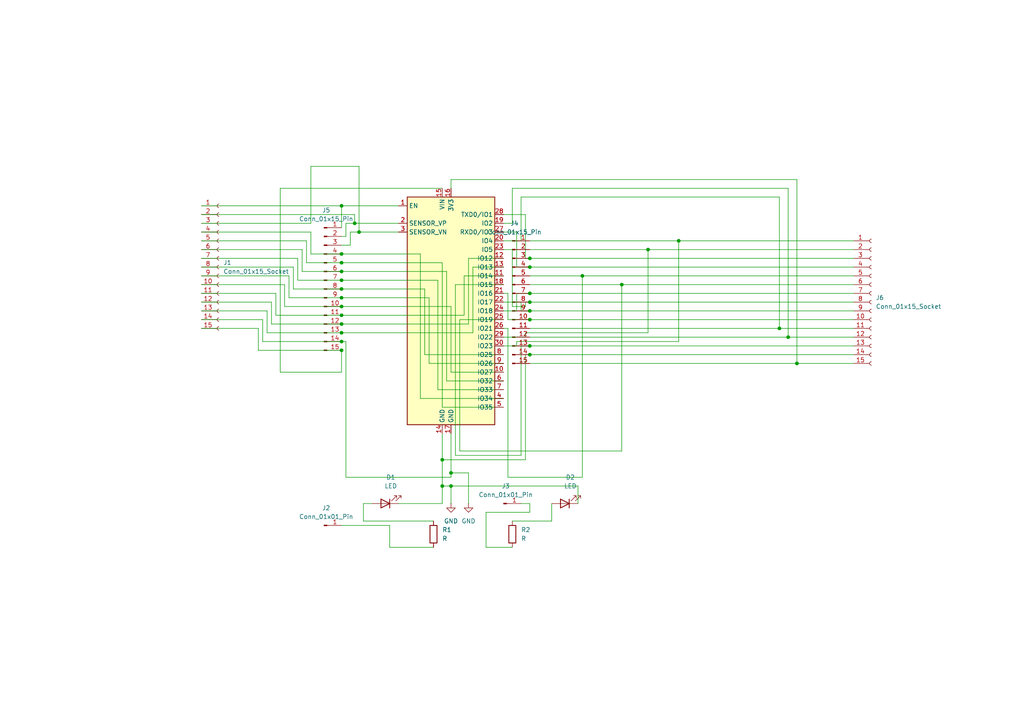
<source format=kicad_sch>
(kicad_sch (version 20231120) (generator "eeschema") (generator_version "8.0")
  (paper "A4")
  (lib_symbols
    (symbol "Connector:Conn_01x01_Pin" (pin_names (offset 1.016) hide)
      (property "Reference" "J" (at 0 2.54 0))
      (property "Value" "Conn_01x01_Pin" (at 0 -2.54 0))
      (symbol "Conn_01x01_Pin_1_1"
        (polyline (pts (xy 1.27 0) (xy 0.8636 0)) (stroke (width 0.1524)))
        (rectangle (start 0.8636 0.127) (end 0 -0.127) (stroke (width 0.1524)) (fill (type outline)))
        (pin passive line (at 5.08 0 180) (length 3.81) (name "Pin_1") (number "1"))
      )
    )
    (symbol "Connector:Conn_01x15_Pin" (pin_names (offset 1.016) hide)
      (property "Reference" "J" (at 0 20.32 0))
      (property "Value" "Conn_01x15_Pin" (at 0 -20.32 0))
      (symbol "Conn_01x15_Pin_1_1"
        (polyline (pts (xy 1.27 -17.78) (xy 0.8636 -17.78)) (stroke (width 0.1524)))
        (polyline (pts (xy 1.27 -15.24) (xy 0.8636 -15.24)) (stroke (width 0.1524)))
        (polyline (pts (xy 1.27 -12.7) (xy 0.8636 -12.7)) (stroke (width 0.1524)))
        (polyline (pts (xy 1.27 -10.16) (xy 0.8636 -10.16)) (stroke (width 0.1524)))
        (polyline (pts (xy 1.27 -7.62) (xy 0.8636 -7.62)) (stroke (width 0.1524)))
        (polyline (pts (xy 1.27 -5.08) (xy 0.8636 -5.08)) (stroke (width 0.1524)))
        (polyline (pts (xy 1.27 -2.54) (xy 0.8636 -2.54)) (stroke (width 0.1524)))
        (polyline (pts (xy 1.27 0) (xy 0.8636 0)) (stroke (width 0.1524)))
        (polyline (pts (xy 1.27 2.54) (xy 0.8636 2.54)) (stroke (width 0.1524)))
        (polyline (pts (xy 1.27 5.08) (xy 0.8636 5.08)) (stroke (width 0.1524)))
        (polyline (pts (xy 1.27 7.62) (xy 0.8636 7.62)) (stroke (width 0.1524)))
        (polyline (pts (xy 1.27 10.16) (xy 0.8636 10.16)) (stroke (width 0.1524)))
        (polyline (pts (xy 1.27 12.7) (xy 0.8636 12.7)) (stroke (width 0.1524)))
        (polyline (pts (xy 1.27 15.24) (xy 0.8636 15.24)) (stroke (width 0.1524)))
        (polyline (pts (xy 1.27 17.78) (xy 0.8636 17.78)) (stroke (width 0.1524)))
        (rectangle (start 0.8636 -17.653) (end 0 -17.907) (stroke (width 0.1524)) (fill (type outline)))
        (rectangle (start 0.8636 -15.113) (end 0 -15.367) (stroke (width 0.1524)) (fill (type outline)))
        (rectangle (start 0.8636 -12.573) (end 0 -12.827) (stroke (width 0.1524)) (fill (type outline)))
        (rectangle (start 0.8636 -10.033) (end 0 -10.287) (stroke (width 0.1524)) (fill (type outline)))
        (rectangle (start 0.8636 -7.493) (end 0 -7.747) (stroke (width 0.1524)) (fill (type outline)))
        (rectangle (start 0.8636 -4.953) (end 0 -5.207) (stroke (width 0.1524)) (fill (type outline)))
        (rectangle (start 0.8636 -2.413) (end 0 -2.667) (stroke (width 0.1524)) (fill (type outline)))
        (rectangle (start 0.8636 0.127) (end 0 -0.127) (stroke (width 0.1524)) (fill (type outline)))
        (rectangle (start 0.8636 2.667) (end 0 2.413) (stroke (width 0.1524)) (fill (type outline)))
        (rectangle (start 0.8636 5.207) (end 0 4.953) (stroke (width 0.1524)) (fill (type outline)))
        (rectangle (start 0.8636 7.747) (end 0 7.493) (stroke (width 0.1524)) (fill (type outline)))
        (rectangle (start 0.8636 10.287) (end 0 10.033) (stroke (width 0.1524)) (fill (type outline)))
        (rectangle (start 0.8636 12.827) (end 0 12.573) (stroke (width 0.1524)) (fill (type outline)))
        (rectangle (start 0.8636 15.367) (end 0 15.113) (stroke (width 0.1524)) (fill (type outline)))
        (rectangle (start 0.8636 17.907) (end 0 17.653) (stroke (width 0.1524)) (fill (type outline)))
        (pin passive line (at 5.08 17.78 180) (length 3.81) (name "Pin_1") (number "1"))
        (pin passive line (at 5.08 -5.08 180) (length 3.81) (name "Pin_10") (number "10"))
        (pin passive line (at 5.08 -7.62 180) (length 3.81) (name "Pin_11") (number "11"))
        (pin passive line (at 5.08 -10.16 180) (length 3.81) (name "Pin_12") (number "12"))
        (pin passive line (at 5.08 -12.7 180) (length 3.81) (name "Pin_13") (number "13"))
        (pin passive line (at 5.08 -15.24 180) (length 3.81) (name "Pin_14") (number "14"))
        (pin passive line (at 5.08 -17.78 180) (length 3.81) (name "Pin_15") (number "15"))
        (pin passive line (at 5.08 15.24 180) (length 3.81) (name "Pin_2") (number "2"))
        (pin passive line (at 5.08 12.7 180) (length 3.81) (name "Pin_3") (number "3"))
        (pin passive line (at 5.08 10.16 180) (length 3.81) (name "Pin_4") (number "4"))
        (pin passive line (at 5.08 7.62 180) (length 3.81) (name "Pin_5") (number "5"))
        (pin passive line (at 5.08 5.08 180) (length 3.81) (name "Pin_6") (number "6"))
        (pin passive line (at 5.08 2.54 180) (length 3.81) (name "Pin_7") (number "7"))
        (pin passive line (at 5.08 0 180) (length 3.81) (name "Pin_8") (number "8"))
        (pin passive line (at 5.08 -2.54 180) (length 3.81) (name "Pin_9") (number "9"))
      )
    )
    (symbol "Connector:Conn_01x15_Socket" (pin_names (offset 1.016) hide)
      (property "Reference" "J" (at 0 20.32 0))
      (property "Value" "Conn_01x15_Socket" (at 0 -20.32 0))
      (symbol "Conn_01x15_Socket_1_1"
        (arc (start 0 -17.272) (mid -0.5058 -17.78) (end 0 -18.288) (stroke (width 0.1524)))
        (arc (start 0 -14.732) (mid -0.5058 -15.24) (end 0 -15.748) (stroke (width 0.1524)))
        (arc (start 0 -12.192) (mid -0.5058 -12.7) (end 0 -13.208) (stroke (width 0.1524)))
        (arc (start 0 -9.652) (mid -0.5058 -10.16) (end 0 -10.668) (stroke (width 0.1524)))
        (arc (start 0 -7.112) (mid -0.5058 -7.62) (end 0 -8.128) (stroke (width 0.1524)))
        (arc (start 0 -4.572) (mid -0.5058 -5.08) (end 0 -5.588) (stroke (width 0.1524)))
        (arc (start 0 -2.032) (mid -0.5058 -2.54) (end 0 -3.048) (stroke (width 0.1524)))
        (polyline (pts (xy -1.27 -17.78) (xy -0.508 -17.78)) (stroke (width 0.1524)))
        (polyline (pts (xy -1.27 -15.24) (xy -0.508 -15.24)) (stroke (width 0.1524)))
        (polyline (pts (xy -1.27 -12.7) (xy -0.508 -12.7)) (stroke (width 0.1524)))
        (polyline (pts (xy -1.27 -10.16) (xy -0.508 -10.16)) (stroke (width 0.1524)))
        (polyline (pts (xy -1.27 -7.62) (xy -0.508 -7.62)) (stroke (width 0.1524)))
        (polyline (pts (xy -1.27 -5.08) (xy -0.508 -5.08)) (stroke (width 0.1524)))
        (polyline (pts (xy -1.27 -2.54) (xy -0.508 -2.54)) (stroke (width 0.1524)))
        (polyline (pts (xy -1.27 0) (xy -0.508 0)) (stroke (width 0.1524)))
        (polyline (pts (xy -1.27 2.54) (xy -0.508 2.54)) (stroke (width 0.1524)))
        (polyline (pts (xy -1.27 5.08) (xy -0.508 5.08)) (stroke (width 0.1524)))
        (polyline (pts (xy -1.27 7.62) (xy -0.508 7.62)) (stroke (width 0.1524)))
        (polyline (pts (xy -1.27 10.16) (xy -0.508 10.16)) (stroke (width 0.1524)))
        (polyline (pts (xy -1.27 12.7) (xy -0.508 12.7)) (stroke (width 0.1524)))
        (polyline (pts (xy -1.27 15.24) (xy -0.508 15.24)) (stroke (width 0.1524)))
        (polyline (pts (xy -1.27 17.78) (xy -0.508 17.78)) (stroke (width 0.1524)))
        (arc (start 0 0.508) (mid -0.5058 0) (end 0 -0.508) (stroke (width 0.1524)))
        (arc (start 0 3.048) (mid -0.5058 2.54) (end 0 2.032) (stroke (width 0.1524)))
        (arc (start 0 5.588) (mid -0.5058 5.08) (end 0 4.572) (stroke (width 0.1524)))
        (arc (start 0 8.128) (mid -0.5058 7.62) (end 0 7.112) (stroke (width 0.1524)))
        (arc (start 0 10.668) (mid -0.5058 10.16) (end 0 9.652) (stroke (width 0.1524)))
        (arc (start 0 13.208) (mid -0.5058 12.7) (end 0 12.192) (stroke (width 0.1524)))
        (arc (start 0 15.748) (mid -0.5058 15.24) (end 0 14.732) (stroke (width 0.1524)))
        (arc (start 0 18.288) (mid -0.5058 17.78) (end 0 17.272) (stroke (width 0.1524)))
        (pin passive line (at -5.08 17.78 0) (length 3.81) (name "Pin_1") (number "1"))
        (pin passive line (at -5.08 -5.08 0) (length 3.81) (name "Pin_10") (number "10"))
        (pin passive line (at -5.08 -7.62 0) (length 3.81) (name "Pin_11") (number "11"))
        (pin passive line (at -5.08 -10.16 0) (length 3.81) (name "Pin_12") (number "12"))
        (pin passive line (at -5.08 -12.7 0) (length 3.81) (name "Pin_13") (number "13"))
        (pin passive line (at -5.08 -15.24 0) (length 3.81) (name "Pin_14") (number "14"))
        (pin passive line (at -5.08 -17.78 0) (length 3.81) (name "Pin_15") (number "15"))
        (pin passive line (at -5.08 15.24 0) (length 3.81) (name "Pin_2") (number "2"))
        (pin passive line (at -5.08 12.7 0) (length 3.81) (name "Pin_3") (number "3"))
        (pin passive line (at -5.08 10.16 0) (length 3.81) (name "Pin_4") (number "4"))
        (pin passive line (at -5.08 7.62 0) (length 3.81) (name "Pin_5") (number "5"))
        (pin passive line (at -5.08 5.08 0) (length 3.81) (name "Pin_6") (number "6"))
        (pin passive line (at -5.08 2.54 0) (length 3.81) (name "Pin_7") (number "7"))
        (pin passive line (at -5.08 0 0) (length 3.81) (name "Pin_8") (number "8"))
        (pin passive line (at -5.08 -2.54 0) (length 3.81) (name "Pin_9") (number "9"))
      )
    )
    (symbol "Device:LED" (pin_numbers hide) (pin_names (offset 1.016) hide)
      (property "Reference" "D" (at 0 2.54 0))
      (property "Value" "LED" (at 0 -2.54 0))
      (symbol "LED_0_1"
        (polyline (pts (xy -1.27 -1.27) (xy -1.27 1.27)) (stroke (width 0.254)))
        (polyline (pts (xy -1.27 0) (xy 1.27 0)))
        (polyline (pts (xy 1.27 -1.27) (xy 1.27 1.27) (xy -1.27 0) (xy 1.27 -1.27)) (stroke (width 0.254)))
        (polyline (pts (xy -3.048 -0.762) (xy -4.572 -2.286) (xy -3.81 -2.286) (xy -4.572 -2.286) (xy -4.572 -1.524)))
        (polyline (pts (xy -1.778 -0.762) (xy -3.302 -2.286) (xy -2.54 -2.286) (xy -3.302 -2.286) (xy -3.302 -1.524)))
      )
      (symbol "LED_1_1"
        (pin passive line (at -3.81 0 0) (length 2.54) (name "K") (number "1"))
        (pin passive line (at 3.81 0 180) (length 2.54) (name "A") (number "2"))
      )
    )
    (symbol "Device:R" (pin_numbers hide) (pin_names (offset 0))
      (property "Reference" "R" (at 2.032 0 90))
      (property "Value" "R" (at 0 0 90))
      (symbol "R_0_1"
        (rectangle (start -1.016 -2.54) (end 1.016 2.54) (stroke (width 0.254)))
      )
      (symbol "R_1_1"
        (pin passive line (at 0 3.81 270) (length 1.27) (name "~") (number "1"))
        (pin passive line (at 0 -3.81 90) (length 1.27) (name "~") (number "2"))
      )
    )
    (symbol "esp32_devkit_v1_doit:ESP32_DevKit_V1_DOIT"
      (property "Reference" "U" (at -11.43 34.29 0))
      (property "Value" "ESP32_DevKit_V1_DOIT" (at 11.43 34.29 0))
      (symbol "ESP32_DevKit_V1_DOIT_1_1"
        (rectangle (start -12.7 33.02) (end 12.7 -33.02) (stroke (width 0.254)) (fill (type background)))
        (pin input line (at -15.24 30.48 0) (length 2.54) (name "EN") (number "1"))
        (pin bidirectional line (at 15.24 -17.78 180) (length 2.54) (name "IO27") (number "10"))
        (pin bidirectional line (at 15.24 10.16 180) (length 2.54) (name "IO14") (number "11"))
        (pin bidirectional line (at 15.24 15.24 180) (length 2.54) (name "IO12") (number "12"))
        (pin bidirectional line (at 15.24 12.7 180) (length 2.54) (name "IO13") (number "13"))
        (pin power_in line (at -2.54 -35.56 90) (length 2.54) (name "GND") (number "14"))
        (pin power_in line (at -2.54 35.56 270) (length 2.54) (name "VIN") (number "15"))
        (pin power_in line (at 0 35.56 270) (length 2.54) (name "3V3") (number "16"))
        (pin power_in line (at 0 -35.56 90) (length 2.54) (name "GND") (number "17"))
        (pin bidirectional line (at 15.24 7.62 180) (length 2.54) (name "IO15") (number "18"))
        (pin bidirectional line (at 15.24 25.4 180) (length 2.54) (name "IO2") (number "19"))
        (pin input line (at -15.24 25.4 0) (length 2.54) (name "SENSOR_VP") (number "2"))
        (pin bidirectional line (at 15.24 20.32 180) (length 2.54) (name "IO4") (number "20"))
        (pin bidirectional line (at 15.24 5.08 180) (length 2.54) (name "IO16") (number "21"))
        (pin bidirectional line (at 15.24 2.54 180) (length 2.54) (name "IO17") (number "22"))
        (pin bidirectional line (at 15.24 17.78 180) (length 2.54) (name "IO5") (number "23"))
        (pin bidirectional line (at 15.24 0 180) (length 2.54) (name "IO18") (number "24"))
        (pin bidirectional line (at 15.24 -2.54 180) (length 2.54) (name "IO19") (number "25"))
        (pin bidirectional line (at 15.24 -5.08 180) (length 2.54) (name "IO21") (number "26"))
        (pin bidirectional line (at 15.24 22.86 180) (length 2.54) (name "RXD0/IO3") (number "27"))
        (pin bidirectional line (at 15.24 27.94 180) (length 2.54) (name "TXD0/IO1") (number "28"))
        (pin bidirectional line (at 15.24 -7.62 180) (length 2.54) (name "IO22") (number "29"))
        (pin input line (at -15.24 22.86 0) (length 2.54) (name "SENSOR_VN") (number "3"))
        (pin bidirectional line (at 15.24 -10.16 180) (length 2.54) (name "IO23") (number "30"))
        (pin input line (at 15.24 -25.4 180) (length 2.54) (name "IO34") (number "4"))
        (pin input line (at 15.24 -27.94 180) (length 2.54) (name "IO35") (number "5"))
        (pin bidirectional line (at 15.24 -20.32 180) (length 2.54) (name "IO32") (number "6"))
        (pin bidirectional line (at 15.24 -22.86 180) (length 2.54) (name "IO33") (number "7"))
        (pin bidirectional line (at 15.24 -12.7 180) (length 2.54) (name "IO25") (number "8"))
        (pin bidirectional line (at 15.24 -15.24 180) (length 2.54) (name "IO26") (number "9"))
      )
    )
    (symbol "power:GND" (power) (pin_numbers hide) (pin_names (offset 0) hide)
      (property "Value" "GND" (at 0 -3.81 0))
      (symbol "GND_0_1"
        (polyline (pts (xy 0 0) (xy 0 -1.27) (xy 1.27 -1.27) (xy 0 -2.54) (xy -1.27 -1.27) (xy 0 -1.27)))
      )
      (symbol "GND_1_1"
        (pin power_in line (at 0 0 270) (length 0) (name "~") (number "1"))
      )
    )
  )
  (junction (at 130.81 140.97))
  (junction (at 130.81 137.16))
  (junction (at 99.06 59.69))
  (junction (at 153.67 85.09))
  (junction (at 99.06 93.98))
  (junction (at 99.06 78.74))
  (junction (at 153.67 102.87))
  (junction (at 128.27 133.35))
  (junction (at 128.27 140.97))
  (junction (at 99.06 73.66))
  (junction (at 153.67 92.71))
  (junction (at 104.14 67.31))
  (junction (at 102.87 64.77))
  (junction (at 99.06 101.6))
  (junction (at 153.67 90.17))
  (junction (at 99.06 88.9))
  (junction (at 99.06 91.44))
  (junction (at 153.67 87.63))
  (junction (at 153.67 74.93))
  (junction (at 168.91 80.01))
  (junction (at 187.96 72.39))
  (junction (at 99.06 81.28))
  (junction (at 196.85 69.85))
  (junction (at 99.06 83.82))
  (junction (at 153.67 77.47))
  (junction (at 231.14 105.41))
  (junction (at 228.6 97.79))
  (junction (at 153.67 100.33))
  (junction (at 99.06 76.2))
  (junction (at 99.06 96.52))
  (junction (at 99.06 99.06))
  (junction (at 180.34 82.55))
  (junction (at 226.06 95.25))
  (junction (at 99.06 86.36))
  (wire (pts (xy 124.46 105.41) (xy 146.05 105.41)))
  (wire (pts (xy 153.67 148.59) (xy 153.67 146.05)))
  (wire (pts (xy 130.81 107.95) (xy 146.05 107.95)))
  (wire (pts (xy 151.13 100.33) (xy 153.67 100.33)))
  (wire (pts (xy 168.91 80.01) (xy 247.65 80.01)))
  (wire (pts (xy 82.55 82.55) (xy 82.55 88.9)))
  (wire (pts (xy 102.87 62.23) (xy 102.87 64.77)))
  (wire (pts (xy 129.54 78.74) (xy 129.54 110.49)))
  (wire (pts (xy 113.03 152.4) (xy 113.03 158.75)))
  (wire (pts (xy 151.13 57.15) (xy 226.06 57.15)))
  (wire (pts (xy 160.02 151.13) (xy 160.02 146.05)))
  (wire (pts (xy 153.67 102.87) (xy 152.4 102.87)))
  (wire (pts (xy 100.33 138.43) (xy 130.81 138.43)))
  (wire (pts (xy 137.16 77.47) (xy 146.05 77.47)))
  (wire (pts (xy 135.89 74.93) (xy 135.89 93.98)))
  (wire (pts (xy 99.06 68.58) (xy 100.33 68.58)))
  (wire (pts (xy 137.16 77.47) (xy 137.16 96.52)))
  (wire (pts (xy 104.14 67.31) (xy 115.57 67.31)))
  (wire (pts (xy 115.57 146.05) (xy 128.27 146.05)))
  (wire (pts (xy 90.17 64.77) (xy 90.17 48.26)))
  (wire (pts (xy 153.67 100.33) (xy 247.65 100.33)))
  (wire (pts (xy 99.06 152.4) (xy 113.03 152.4)))
  (wire (pts (xy 113.03 158.75) (xy 125.73 158.75)))
  (wire (pts (xy 74.93 95.25) (xy 74.93 101.6)))
  (wire (pts (xy 135.89 146.05) (xy 135.89 137.16)))
  (wire (pts (xy 146.05 64.77) (xy 148.59 64.77)))
  (wire (pts (xy 129.54 110.49) (xy 146.05 110.49)))
  (wire (pts (xy 58.42 90.17) (xy 77.47 90.17)))
  (wire (pts (xy 149.86 90.17) (xy 149.86 85.09)))
  (wire (pts (xy 146.05 92.71) (xy 133.35 92.71)))
  (wire (pts (xy 149.86 67.31) (xy 146.05 67.31)))
  (wire (pts (xy 228.6 97.79) (xy 247.65 97.79)))
  (wire (pts (xy 100.33 68.58) (xy 100.33 64.77)))
  (wire (pts (xy 99.06 93.98) (xy 135.89 93.98)))
  (wire (pts (xy 146.05 82.55) (xy 132.08 82.55)))
  (wire (pts (xy 99.06 81.28) (xy 127 81.28)))
  (wire (pts (xy 99.06 71.12) (xy 101.6 71.12)))
  (wire (pts (xy 153.67 105.41) (xy 231.14 105.41)))
  (wire (pts (xy 226.06 57.15) (xy 226.06 95.25)))
  (wire (pts (xy 146.05 95.25) (xy 147.32 95.25)))
  (wire (pts (xy 105.41 151.13) (xy 105.41 146.05)))
  (wire (pts (xy 152.4 97.79) (xy 152.4 96.52)))
  (wire (pts (xy 58.42 59.69) (xy 99.06 59.69)))
  (wire (pts (xy 101.6 67.31) (xy 104.14 67.31)))
  (wire (pts (xy 99.06 66.04) (xy 99.06 59.69)))
  (wire (pts (xy 130.81 54.61) (xy 130.81 52.07)))
  (wire (pts (xy 74.93 101.6) (xy 99.06 101.6)))
  (wire (pts (xy 148.59 72.39) (xy 148.59 88.9)))
  (wire (pts (xy 121.92 115.57) (xy 121.92 73.66)))
  (wire (pts (xy 101.6 71.12) (xy 101.6 67.31)))
  (wire (pts (xy 133.35 92.71) (xy 133.35 130.81)))
  (wire (pts (xy 58.42 72.39) (xy 87.63 72.39)))
  (wire (pts (xy 147.32 138.43) (xy 168.91 138.43)))
  (wire (pts (xy 140.97 148.59) (xy 153.67 148.59)))
  (wire (pts (xy 127 81.28) (xy 127 113.03)))
  (wire (pts (xy 99.06 91.44) (xy 134.62 91.44)))
  (wire (pts (xy 130.81 52.07) (xy 231.14 52.07)))
  (wire (pts (xy 58.42 85.09) (xy 80.01 85.09)))
  (wire (pts (xy 146.05 69.85) (xy 151.13 69.85)))
  (wire (pts (xy 123.19 83.82) (xy 123.19 102.87)))
  (wire (pts (xy 123.19 102.87) (xy 146.05 102.87)))
  (wire (pts (xy 58.42 69.85) (xy 88.9 69.85)))
  (wire (pts (xy 180.34 82.55) (xy 153.67 82.55)))
  (wire (pts (xy 152.4 74.93) (xy 153.67 74.93)))
  (wire (pts (xy 88.9 76.2) (xy 99.06 76.2)))
  (wire (pts (xy 153.67 87.63) (xy 247.65 87.63)))
  (wire (pts (xy 137.16 96.52) (xy 99.06 96.52)))
  (wire (pts (xy 196.85 69.85) (xy 153.67 69.85)))
  (wire (pts (xy 149.86 77.47) (xy 149.86 67.31)))
  (wire (pts (xy 99.06 73.66) (xy 121.92 73.66)))
  (wire (pts (xy 146.05 90.17) (xy 149.86 90.17)))
  (wire (pts (xy 100.33 99.06) (xy 99.06 99.06)))
  (wire (pts (xy 152.4 62.23) (xy 152.4 74.93)))
  (wire (pts (xy 99.06 86.36) (xy 124.46 86.36)))
  (wire (pts (xy 128.27 133.35) (xy 128.27 125.73)))
  (wire (pts (xy 149.86 77.47) (xy 153.67 77.47)))
  (wire (pts (xy 147.32 85.09) (xy 147.32 92.71)))
  (wire (pts (xy 231.14 105.41) (xy 247.65 105.41)))
  (wire (pts (xy 152.4 102.87) (xy 152.4 133.35)))
  (wire (pts (xy 85.09 77.47) (xy 85.09 83.82)))
  (wire (pts (xy 100.33 64.77) (xy 102.87 64.77)))
  (wire (pts (xy 149.86 99.06) (xy 196.85 99.06)))
  (wire (pts (xy 88.9 69.85) (xy 88.9 76.2)))
  (wire (pts (xy 146.05 118.11) (xy 128.27 118.11)))
  (wire (pts (xy 78.74 87.63) (xy 78.74 93.98)))
  (wire (pts (xy 149.86 100.33) (xy 149.86 99.06)))
  (wire (pts (xy 85.09 83.82) (xy 99.06 83.82)))
  (wire (pts (xy 58.42 74.93) (xy 86.36 74.93)))
  (wire (pts (xy 124.46 86.36) (xy 124.46 105.41)))
  (wire (pts (xy 78.74 93.98) (xy 99.06 93.98)))
  (wire (pts (xy 87.63 72.39) (xy 87.63 78.74)))
  (wire (pts (xy 149.86 85.09) (xy 153.67 85.09)))
  (wire (pts (xy 130.81 88.9) (xy 130.81 107.95)))
  (wire (pts (xy 99.06 76.2) (xy 128.27 76.2)))
  (wire (pts (xy 146.05 97.79) (xy 152.4 97.79)))
  (wire (pts (xy 104.14 48.26) (xy 104.14 67.31)))
  (wire (pts (xy 102.87 64.77) (xy 115.57 64.77)))
  (wire (pts (xy 187.96 96.52) (xy 187.96 72.39)))
  (wire (pts (xy 180.34 82.55) (xy 247.65 82.55)))
  (wire (pts (xy 180.34 130.81) (xy 180.34 82.55)))
  (wire (pts (xy 151.13 69.85) (xy 151.13 57.15)))
  (wire (pts (xy 58.42 82.55) (xy 82.55 82.55)))
  (wire (pts (xy 151.13 87.63) (xy 151.13 90.17)))
  (wire (pts (xy 58.42 62.23) (xy 102.87 62.23)))
  (wire (pts (xy 147.32 95.25) (xy 147.32 138.43)))
  (wire (pts (xy 151.13 132.08) (xy 151.13 100.33)))
  (wire (pts (xy 90.17 48.26) (xy 104.14 48.26)))
  (wire (pts (xy 132.08 82.55) (xy 132.08 132.08)))
  (wire (pts (xy 99.06 88.9) (xy 130.81 88.9)))
  (wire (pts (xy 152.4 96.52) (xy 187.96 96.52)))
  (wire (pts (xy 130.81 140.97) (xy 167.64 140.97)))
  (wire (pts (xy 167.64 146.05) (xy 167.64 140.97)))
  (wire (pts (xy 58.42 80.01) (xy 83.82 80.01)))
  (wire (pts (xy 127 113.03) (xy 146.05 113.03)))
  (wire (pts (xy 152.4 133.35) (xy 128.27 133.35)))
  (wire (pts (xy 77.47 90.17) (xy 77.47 96.52)))
  (wire (pts (xy 132.08 132.08) (xy 151.13 132.08)))
  (wire (pts (xy 80.01 85.09) (xy 80.01 91.44)))
  (wire (pts (xy 77.47 96.52) (xy 99.06 96.52)))
  (wire (pts (xy 146.05 115.57) (xy 121.92 115.57)))
  (wire (pts (xy 130.81 146.05) (xy 130.81 140.97)))
  (wire (pts (xy 130.81 137.16) (xy 130.81 125.73)))
  (wire (pts (xy 153.67 85.09) (xy 247.65 85.09)))
  (wire (pts (xy 130.81 138.43) (xy 130.81 137.16)))
  (wire (pts (xy 81.28 107.95) (xy 81.28 54.61)))
  (wire (pts (xy 146.05 85.09) (xy 147.32 85.09)))
  (wire (pts (xy 83.82 86.36) (xy 99.06 86.36)))
  (wire (pts (xy 153.67 90.17) (xy 247.65 90.17)))
  (wire (pts (xy 146.05 87.63) (xy 151.13 87.63)))
  (wire (pts (xy 128.27 146.05) (xy 128.27 140.97)))
  (wire (pts (xy 226.06 95.25) (xy 247.65 95.25)))
  (wire (pts (xy 153.67 74.93) (xy 247.65 74.93)))
  (wire (pts (xy 58.42 77.47) (xy 85.09 77.47)))
  (wire (pts (xy 90.17 67.31) (xy 90.17 73.66)))
  (wire (pts (xy 76.2 92.71) (xy 76.2 99.06)))
  (wire (pts (xy 81.28 54.61) (xy 128.27 54.61)))
  (wire (pts (xy 99.06 107.95) (xy 81.28 107.95)))
  (wire (pts (xy 152.4 88.9) (xy 152.4 87.63)))
  (wire (pts (xy 58.42 87.63) (xy 78.74 87.63)))
  (wire (pts (xy 58.42 67.31) (xy 90.17 67.31)))
  (wire (pts (xy 168.91 138.43) (xy 168.91 80.01)))
  (wire (pts (xy 146.05 62.23) (xy 152.4 62.23)))
  (wire (pts (xy 135.89 74.93) (xy 146.05 74.93)))
  (wire (pts (xy 128.27 140.97) (xy 130.81 140.97)))
  (wire (pts (xy 58.42 92.71) (xy 76.2 92.71)))
  (wire (pts (xy 153.67 77.47) (xy 247.65 77.47)))
  (wire (pts (xy 146.05 72.39) (xy 148.59 72.39)))
  (wire (pts (xy 153.67 95.25) (xy 226.06 95.25)))
  (wire (pts (xy 153.67 97.79) (xy 228.6 97.79)))
  (wire (pts (xy 168.91 80.01) (xy 153.67 80.01)))
  (wire (pts (xy 76.2 99.06) (xy 99.06 99.06)))
  (wire (pts (xy 99.06 83.82) (xy 123.19 83.82)))
  (wire (pts (xy 153.67 102.87) (xy 247.65 102.87)))
  (wire (pts (xy 80.01 91.44) (xy 99.06 91.44)))
  (wire (pts (xy 151.13 146.05) (xy 153.67 146.05)))
  (wire (pts (xy 125.73 151.13) (xy 105.41 151.13)))
  (wire (pts (xy 90.17 73.66) (xy 99.06 73.66)))
  (wire (pts (xy 148.59 151.13) (xy 160.02 151.13)))
  (wire (pts (xy 151.13 90.17) (xy 153.67 90.17)))
  (wire (pts (xy 99.06 59.69) (xy 115.57 59.69)))
  (wire (pts (xy 134.62 80.01) (xy 146.05 80.01)))
  (wire (pts (xy 133.35 130.81) (xy 180.34 130.81)))
  (wire (pts (xy 140.97 158.75) (xy 140.97 148.59)))
  (wire (pts (xy 58.42 95.25) (xy 74.93 95.25)))
  (wire (pts (xy 153.67 92.71) (xy 247.65 92.71)))
  (wire (pts (xy 148.59 54.61) (xy 228.6 54.61)))
  (wire (pts (xy 134.62 80.01) (xy 134.62 91.44)))
  (wire (pts (xy 196.85 69.85) (xy 247.65 69.85)))
  (wire (pts (xy 146.05 100.33) (xy 149.86 100.33)))
  (wire (pts (xy 128.27 118.11) (xy 128.27 76.2)))
  (wire (pts (xy 231.14 52.07) (xy 231.14 105.41)))
  (wire (pts (xy 128.27 133.35) (xy 128.27 140.97)))
  (wire (pts (xy 187.96 72.39) (xy 247.65 72.39)))
  (wire (pts (xy 87.63 78.74) (xy 99.06 78.74)))
  (wire (pts (xy 86.36 74.93) (xy 86.36 81.28)))
  (wire (pts (xy 148.59 64.77) (xy 148.59 54.61)))
  (wire (pts (xy 99.06 78.74) (xy 129.54 78.74)))
  (wire (pts (xy 196.85 99.06) (xy 196.85 69.85)))
  (wire (pts (xy 82.55 88.9) (xy 99.06 88.9)))
  (wire (pts (xy 100.33 99.06) (xy 100.33 138.43)))
  (wire (pts (xy 148.59 158.75) (xy 140.97 158.75)))
  (wire (pts (xy 147.32 92.71) (xy 153.67 92.71)))
  (wire (pts (xy 187.96 72.39) (xy 153.67 72.39)))
  (wire (pts (xy 152.4 87.63) (xy 153.67 87.63)))
  (wire (pts (xy 135.89 137.16) (xy 130.81 137.16)))
  (wire (pts (xy 86.36 81.28) (xy 99.06 81.28)))
  (wire (pts (xy 228.6 54.61) (xy 228.6 97.79)))
  (wire (pts (xy 148.59 88.9) (xy 152.4 88.9)))
  (wire (pts (xy 83.82 80.01) (xy 83.82 86.36)))
  (wire (pts (xy 58.42 64.77) (xy 90.17 64.77)))
  (wire (pts (xy 105.41 146.05) (xy 107.95 146.05)))
  (wire (pts (xy 99.06 101.6) (xy 99.06 107.95)))
  (symbol (lib_id "Device:LED") (at 163.83 146.05 180) (unit 1)
    (property "Reference" "D2" (at 165.4175 138.43 0))
    (property "Value" "LED" (at 165.4175 140.97 0))
    (property "Footprint" "LED_THT:LED_D5.0mm_Clear" (effects (hide yes)))
    (property "Description" "Light emitting diode" (effects (hide yes)))
  )
  (symbol (lib_id "Device:LED") (at 111.76 146.05 180) (unit 1)
    (property "Reference" "D1" (at 113.3475 138.43 0))
    (property "Value" "LED" (at 113.3475 140.97 0))
    (property "Footprint" "LED_THT:LED_D5.0mm_Clear" (effects (hide yes)))
    (property "Description" "Light emitting diode" (effects (hide yes)))
  )
  (symbol (lib_id "power:GND") (at 130.81 146.05 0) (unit 1)
    (property "Reference" "#PWR01" (effects (hide yes)))
    (property "Value" "GND" (at 130.81 151.13 0))
    (property "Description" "Power symbol creates a global label with name \"GND\" , ground" (effects (hide yes)))
  )
  (symbol (lib_id "power:GND") (at 135.89 146.05 0) (unit 1)
    (property "Reference" "#PWR02" (effects (hide yes)))
    (property "Value" "GND" (at 135.89 151.13 0))
    (property "Description" "Power symbol creates a global label with name \"GND\" , ground" (effects (hide yes)))
  )
  (symbol (lib_id "Connector:Conn_01x01_Pin") (at 93.98 152.4 0) (unit 1)
    (property "Reference" "J2" (at 94.615 147.32 0))
    (property "Value" "Conn_01x01_Pin" (at 94.615 149.86 0))
    (property "Footprint" "Connector_PinHeader_2.54mm:PinHeader_1x01_P2.54mm_Vertical" (effects (hide yes)))
    (property "Description" "Generic connector, single row, 01x01, script generated" (effects (hide yes)))
  )
  (symbol (lib_id "Connector:Conn_01x15_Pin") (at 93.98 83.82 0) (unit 1)
    (property "Reference" "J5" (at 94.615 60.96 0))
    (property "Value" "Conn_01x15_Pin" (at 94.615 63.5 0))
    (property "Footprint" "Connector_Molex:Molex_KK-254_AE-6410-15A_1x15_P2.54mm_Vertical" (effects (hide yes)))
    (property "Description" "Generic connector, single row, 01x15, script generated" (effects (hide yes)))
  )
  (symbol (lib_id "Device:R") (at 148.59 154.94 0) (unit 1)
    (property "Reference" "R2" (at 151.13 153.6699 0) (effects (justify left)))
    (property "Value" "R" (at 151.13 156.2099 0) (effects (justify left)))
    (property "Footprint" "Resistor_THT:R_Axial_DIN0204_L3.6mm_D1.6mm_P7.62mm_Horizontal" (effects (hide yes)))
    (property "Description" "Resistor" (effects (hide yes)))
  )
  (symbol (lib_id "esp32_devkit_v1_doit:ESP32_DevKit_V1_DOIT") (at 130.81 90.17 0) (unit 1)
    (property "Reference" "U1" (effects (hide yes)))
    (property "Value" "ESP32_DevKit_V1_DOIT" (effects (hide yes)))
    (property "Footprint" "esp32_devkit_v1_doit:esp32_devkit_v1_doit" (effects (hide yes)))
    (property "Datasheet" "https://aliexpress.com/item/32864722159.html" (effects (hide yes)))
    (property "Description" "32-bit microcontroller module with WiFi and Bluetooth" (effects (hide yes)))
  )
  (symbol (lib_id "Connector:Conn_01x01_Pin") (at 146.05 146.05 0) (unit 1)
    (property "Reference" "J3" (at 146.685 140.97 0))
    (property "Value" "Conn_01x01_Pin" (at 146.685 143.51 0))
    (property "Footprint" "Connector_PinHeader_2.54mm:PinHeader_1x01_P2.54mm_Vertical" (effects (hide yes)))
    (property "Description" "Generic connector, single row, 01x01, script generated" (effects (hide yes)))
  )
  (symbol (lib_id "Device:R") (at 125.73 154.94 0) (unit 1)
    (property "Reference" "R1" (at 128.27 153.6699 0) (effects (justify left)))
    (property "Value" "R" (at 128.27 156.2099 0) (effects (justify left)))
    (property "Footprint" "Resistor_THT:R_Axial_DIN0204_L3.6mm_D1.6mm_P7.62mm_Horizontal" (effects (hide yes)))
    (property "Description" "Resistor" (effects (hide yes)))
  )
  (symbol (lib_id "Connector:Conn_01x15_Socket") (at 252.73 87.63 0) (unit 1)
    (property "Reference" "J6" (at 254 86.3599 0) (effects (justify left)))
    (property "Value" "Conn_01x15_Socket" (at 254 88.8999 0) (effects (justify left)))
    (property "Footprint" "Connector_PinHeader_2.54mm:PinHeader_1x15_P2.54mm_Vertical" (effects (hide yes)))
    (property "Description" "Generic connector, single row, 01x15, script generated" (effects (hide yes)))
  )
  (symbol (lib_id "Connector:Conn_01x15_Socket") (at 63.5 77.47 0) (unit 1)
    (property "Reference" "J1" (at 64.77 76.1999 0) (effects (justify left)))
    (property "Value" "Conn_01x15_Socket" (at 64.77 78.7399 0) (effects (justify left)))
    (property "Footprint" "Connector_PinHeader_2.54mm:PinHeader_1x15_P2.54mm_Vertical" (effects (hide yes)))
    (property "Description" "Generic connector, single row, 01x15, script generated" (effects (hide yes)))
  )
  (symbol (lib_id "Connector:Conn_01x15_Pin") (at 148.59 87.63 0) (unit 1)
    (property "Reference" "J4" (at 149.225 64.77 0))
    (property "Value" "Conn_01x15_Pin" (at 149.225 67.31 0))
    (property "Footprint" "Connector_Molex:Molex_KK-254_AE-6410-15A_1x15_P2.54mm_Vertical" (effects (hide yes)))
    (property "Description" "Generic connector, single row, 01x15, script generated" (effects (hide yes)))
  )
)
</source>
